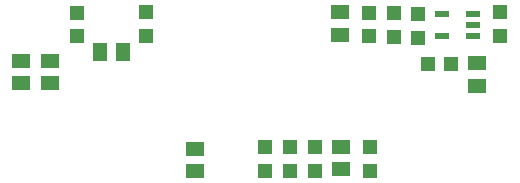
<source format=gbp>
G04*
G04 #@! TF.GenerationSoftware,Altium Limited,Altium Designer,20.0.13 (296)*
G04*
G04 Layer_Color=128*
%FSLAX25Y25*%
%MOIN*%
G70*
G01*
G75*
%ADD54R,0.05906X0.05118*%
%ADD55R,0.05000X0.05000*%
%ADD56R,0.05118X0.05906*%
%ADD57R,0.04803X0.02441*%
%ADD58R,0.05000X0.05000*%
D54*
X23229Y55315D02*
D03*
X23229Y47835D02*
D03*
X32973Y55315D02*
D03*
X32973Y47835D02*
D03*
X81000Y18560D02*
D03*
X81000Y26040D02*
D03*
X129429Y63997D02*
D03*
X129429Y71478D02*
D03*
X175000Y54440D02*
D03*
X175000Y46960D02*
D03*
X129844Y19056D02*
D03*
X129844Y26537D02*
D03*
D55*
X41732Y71358D02*
D03*
Y63484D02*
D03*
X64665Y71555D02*
D03*
Y63681D02*
D03*
X139272Y63386D02*
D03*
Y71260D02*
D03*
X147343Y63288D02*
D03*
Y71162D02*
D03*
X155600Y62963D02*
D03*
Y70837D02*
D03*
X182776Y63583D02*
D03*
Y71457D02*
D03*
X104600Y26500D02*
D03*
Y18626D02*
D03*
X112900Y26500D02*
D03*
Y18626D02*
D03*
X139400Y26537D02*
D03*
Y18663D02*
D03*
X121200Y26500D02*
D03*
Y18626D02*
D03*
D56*
X56989Y58070D02*
D03*
X49508Y58071D02*
D03*
D57*
X163642Y70975D02*
D03*
X173957Y63494D02*
D03*
Y70975D02*
D03*
Y67235D02*
D03*
X163642Y63475D02*
D03*
D58*
X166637Y54100D02*
D03*
X158763D02*
D03*
M02*

</source>
